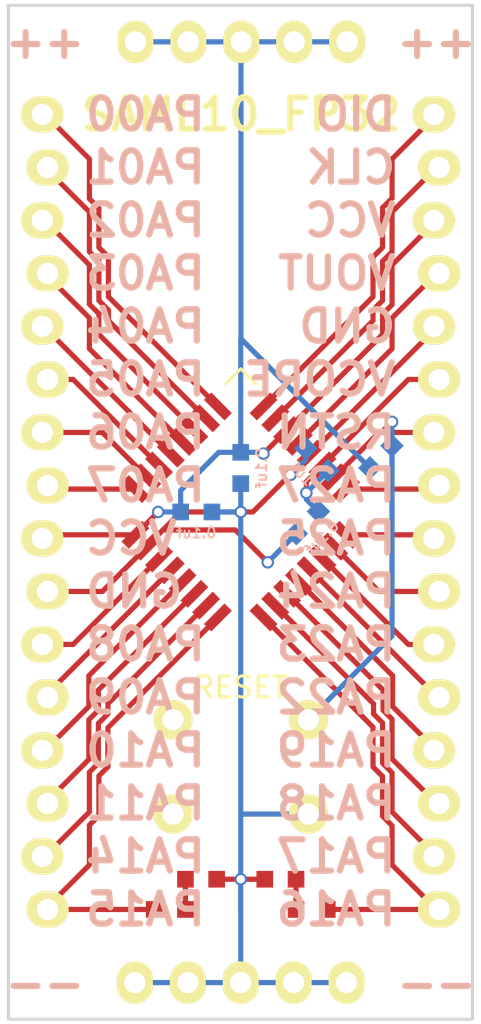
<source format=kicad_pcb>
(kicad_pcb (version 4) (host pcbnew 4.0.7-e2-6376~58~ubuntu16.04.1)

  (general
    (links 0)
    (no_connects 0)
    (area 0 0 0 0)
    (thickness 1.6)
    (drawings 41)
    (tracks 212)
    (zones 0)
    (modules 15)
    (nets 1)
  )

  (page A4)
  (layers
    (0 F.Cu signal)
    (31 B.Cu signal)
    (32 B.Adhes user)
    (33 F.Adhes user)
    (34 B.Paste user)
    (35 F.Paste user)
    (36 B.SilkS user)
    (37 F.SilkS user)
    (38 B.Mask user)
    (39 F.Mask user)
    (40 Dwgs.User user)
    (41 Cmts.User user)
    (42 Eco1.User user)
    (43 Eco2.User user)
    (44 Edge.Cuts user)
    (45 Margin user)
    (46 B.CrtYd user)
    (47 F.CrtYd user)
    (48 B.Fab user)
    (49 F.Fab user)
  )

  (setup
    (last_trace_width 0.25)
    (trace_clearance 0.2)
    (zone_clearance 0.508)
    (zone_45_only no)
    (trace_min 0.2)
    (segment_width 0.2)
    (edge_width 0.15)
    (via_size 0.6)
    (via_drill 0.4)
    (via_min_size 0.4)
    (via_min_drill 0.3)
    (uvia_size 0.3)
    (uvia_drill 0.1)
    (uvias_allowed no)
    (uvia_min_size 0.2)
    (uvia_min_drill 0.1)
    (pcb_text_width 0.3)
    (pcb_text_size 1.5 1.5)
    (mod_edge_width 0.15)
    (mod_text_size 1 1)
    (mod_text_width 0.15)
    (pad_size 1.524 1.524)
    (pad_drill 0.762)
    (pad_to_mask_clearance 0.2)
    (aux_axis_origin 0 0)
    (visible_elements FFFFFF7F)
    (pcbplotparams
      (layerselection 0x00030_80000001)
      (usegerberextensions false)
      (excludeedgelayer true)
      (linewidth 0.150000)
      (plotframeref false)
      (viasonmask false)
      (mode 1)
      (useauxorigin false)
      (hpglpennumber 1)
      (hpglpenspeed 20)
      (hpglpendiameter 15)
      (hpglpenoverlay 2)
      (psnegative false)
      (psa4output false)
      (plotreference true)
      (plotvalue true)
      (plotinvisibletext false)
      (padsonsilk false)
      (subtractmaskfromsilk false)
      (outputformat 1)
      (mirror false)
      (drillshape 1)
      (scaleselection 1)
      (outputdirectory ""))
  )

  (net 0 "")

  (net_class Default "This is the default net class."
    (clearance 0.2)
    (trace_width 0.25)
    (via_dia 0.6)
    (via_drill 0.4)
    (uvia_dia 0.3)
    (uvia_drill 0.1)
  )

  (module 00my_modules:SAML10_TQFP32 (layer F.Cu) (tedit 54130A77) (tstamp 5B4BE845)
    (at 165.989 92.329 315)
    (descr LQFP-32)
    (tags "smd lqfp")
    (attr smd)
    (fp_text reference "" (at 0 -4.3 315) (layer F.SilkS)
      (effects (font (size 1 1) (thickness 0.15)))
    )
    (fp_text value "" (at -1.5 -3 315) (layer F.Fab)
      (effects (font (size 0.5 0.5) (thickness 0.01)))
    )
    (fp_text user LQFP32 (at 0 0 315) (layer F.Fab)
      (effects (font (size 0.8 0.8) (thickness 0.1)))
    )
    (fp_line (start -5.05 -5.05) (end 5.05 -5.05) (layer F.CrtYd) (width 0.01))
    (fp_line (start 5.05 -5.05) (end 5.05 5.05) (layer F.CrtYd) (width 0.01))
    (fp_line (start 5.05 5.05) (end -5.05 5.05) (layer F.CrtYd) (width 0.01))
    (fp_line (start -5.05 5.05) (end -5.05 -5.05) (layer F.CrtYd) (width 0.01))
    (fp_line (start -4.85 -4.85) (end -4.85 -3.85) (layer F.SilkS) (width 0.15))
    (fp_line (start -4.85 -4.85) (end -3.85 -4.85) (layer F.SilkS) (width 0.15))
    (fp_line (start -3.65 -3.65) (end 3.65 -3.65) (layer F.Fab) (width 0.01))
    (fp_line (start 3.65 -3.65) (end 3.65 3.65) (layer F.Fab) (width 0.01))
    (fp_line (start 3.65 3.65) (end -3.65 3.65) (layer F.Fab) (width 0.01))
    (fp_line (start -3.65 3.65) (end -3.65 -3.65) (layer F.Fab) (width 0.01))
    (pad PA00 smd rect (at -4.35 -2.8 315) (size 1.4 0.5) (layers F.Cu F.Paste F.Mask))
    (pad PA01 smd rect (at -4.35 -2 315) (size 1.4 0.5) (layers F.Cu F.Paste F.Mask))
    (pad PA02 smd rect (at -4.35 -1.2 315) (size 1.4 0.5) (layers F.Cu F.Paste F.Mask))
    (pad PA03 smd rect (at -4.35 -0.4 315) (size 1.4 0.5) (layers F.Cu F.Paste F.Mask))
    (pad PA04 smd rect (at -4.35 0.4 315) (size 1.4 0.5) (layers F.Cu F.Paste F.Mask))
    (pad PA05 smd rect (at -4.35 1.2 315) (size 1.4 0.5) (layers F.Cu F.Paste F.Mask))
    (pad PA06 smd rect (at -4.35 2 315) (size 1.4 0.5) (layers F.Cu F.Paste F.Mask))
    (pad PA07 smd rect (at -4.35 2.8 315) (size 1.4 0.5) (layers F.Cu F.Paste F.Mask))
    (pad VDDA smd rect (at -2.8 4.35 45) (size 1.4 0.5) (layers F.Cu F.Paste F.Mask))
    (pad GNDA smd rect (at -2 4.35 45) (size 1.4 0.5) (layers F.Cu F.Paste F.Mask))
    (pad PA08 smd rect (at -1.2 4.35 45) (size 1.4 0.5) (layers F.Cu F.Paste F.Mask))
    (pad PA09 smd rect (at -0.4 4.35 45) (size 1.4 0.5) (layers F.Cu F.Paste F.Mask))
    (pad PA10 smd rect (at 0.4 4.35 45) (size 1.4 0.5) (layers F.Cu F.Paste F.Mask))
    (pad PA11 smd rect (at 1.2 4.35 45) (size 1.4 0.5) (layers F.Cu F.Paste F.Mask))
    (pad PA14 smd rect (at 2 4.35 45) (size 1.4 0.5) (layers F.Cu F.Paste F.Mask))
    (pad PA15 smd rect (at 2.8 4.35 45) (size 1.4 0.5) (layers F.Cu F.Paste F.Mask))
    (pad PA16 smd rect (at 4.35 2.8 315) (size 1.4 0.5) (layers F.Cu F.Paste F.Mask))
    (pad PA17 smd rect (at 4.35 2 315) (size 1.4 0.5) (layers F.Cu F.Paste F.Mask))
    (pad PA18 smd rect (at 4.35 1.2 315) (size 1.4 0.5) (layers F.Cu F.Paste F.Mask))
    (pad PA19 smd rect (at 4.35 0.4 315) (size 1.4 0.5) (layers F.Cu F.Paste F.Mask))
    (pad PA22 smd rect (at 4.35 -0.4 315) (size 1.4 0.5) (layers F.Cu F.Paste F.Mask))
    (pad PA23 smd rect (at 4.35 -1.2 315) (size 1.4 0.5) (layers F.Cu F.Paste F.Mask))
    (pad PA24 smd rect (at 4.35 -2 315) (size 1.4 0.5) (layers F.Cu F.Paste F.Mask))
    (pad PA25 smd rect (at 4.35 -2.8 315) (size 1.4 0.5) (layers F.Cu F.Paste F.Mask))
    (pad PA27 smd rect (at 2.8 -4.35 45) (size 1.4 0.5) (layers F.Cu F.Paste F.Mask))
    (pad RSTN smd rect (at 2 -4.35 45) (size 1.4 0.5) (layers F.Cu F.Paste F.Mask))
    (pad VCOR smd rect (at 1.2 -4.35 45) (size 1.4 0.5) (layers F.Cu F.Paste F.Mask))
    (pad GND smd rect (at 0.4 -4.35 45) (size 1.4 0.5) (layers F.Cu F.Paste F.Mask))
    (pad VOUT smd rect (at -0.4 -4.35 45) (size 1.4 0.5) (layers F.Cu F.Paste F.Mask))
    (pad VIO smd rect (at -1.2 -4.35 45) (size 1.4 0.5) (layers F.Cu F.Paste F.Mask))
    (pad CLK smd rect (at -2 -4.35 45) (size 1.4 0.5) (layers F.Cu F.Paste F.Mask))
    (pad DIO smd rect (at -2.8 -4.35 45) (size 1.4 0.5) (layers F.Cu F.Paste F.Mask))
  )

  (module 00my_modules:R_0603 (layer B.Cu) (tedit 5B4BE7CE) (tstamp 5B4BED3E)
    (at 163.8554 92.329)
    (descr R0603)
    (tags "resistor capacitor led 0603")
    (attr smd)
    (fp_text reference 0.1uf (at 0 1) (layer B.SilkS)
      (effects (font (size 0.5 0.5) (thickness 0.1)) (justify mirror))
    )
    (fp_text value C (at 0 0) (layer B.Fab)
      (effects (font (size 0.5 0.5) (thickness 0.01)) (justify mirror))
    )
    (fp_line (start -1.2 0.45) (end 1.2 0.45) (layer B.CrtYd) (width 0.01))
    (fp_line (start -1.2 -0.45) (end 1.2 -0.45) (layer B.CrtYd) (width 0.01))
    (fp_line (start -1.2 0.45) (end -1.2 -0.45) (layer B.CrtYd) (width 0.01))
    (fp_line (start 1.2 0.45) (end 1.2 -0.45) (layer B.CrtYd) (width 0.01))
    (pad 1 smd rect (at -0.75 0) (size 0.8 0.8) (layers B.Cu B.Paste B.Mask))
    (pad 2 smd rect (at 0.75 0) (size 0.8 0.8) (layers B.Cu B.Paste B.Mask))
  )

  (module 00my_modules:R_0603 (layer B.Cu) (tedit 5B4BE7BA) (tstamp 5B4BED51)
    (at 165.989 90.2208 90)
    (descr R0603)
    (tags "resistor capacitor led 0603")
    (attr smd)
    (fp_text reference 0.1uf (at 0 1 90) (layer B.SilkS)
      (effects (font (size 0.5 0.5) (thickness 0.1)) (justify mirror))
    )
    (fp_text value C (at 0 0 90) (layer B.Fab)
      (effects (font (size 0.5 0.5) (thickness 0.01)) (justify mirror))
    )
    (fp_line (start -1.2 0.45) (end 1.2 0.45) (layer B.CrtYd) (width 0.01))
    (fp_line (start -1.2 -0.45) (end 1.2 -0.45) (layer B.CrtYd) (width 0.01))
    (fp_line (start -1.2 0.45) (end -1.2 -0.45) (layer B.CrtYd) (width 0.01))
    (fp_line (start 1.2 0.45) (end 1.2 -0.45) (layer B.CrtYd) (width 0.01))
    (pad 1 smd rect (at -0.75 0 90) (size 0.8 0.8) (layers B.Cu B.Paste B.Mask))
    (pad 2 smd rect (at 0.75 0 90) (size 0.8 0.8) (layers B.Cu B.Paste B.Mask))
  )

  (module 00my_modules:R_0603 (layer B.Cu) (tedit 5B4BE776) (tstamp 5B4BED96)
    (at 169.6466 89.8144 315)
    (descr R0603)
    (tags "resistor capacitor led 0603")
    (attr smd)
    (fp_text reference 1uf (at 0 1 315) (layer B.SilkS)
      (effects (font (size 0.5 0.5) (thickness 0.1)) (justify mirror))
    )
    (fp_text value C (at 0 0 315) (layer B.Fab)
      (effects (font (size 0.5 0.5) (thickness 0.01)) (justify mirror))
    )
    (fp_line (start -1.2 0.45) (end 1.2 0.45) (layer B.CrtYd) (width 0.01))
    (fp_line (start -1.2 -0.45) (end 1.2 -0.45) (layer B.CrtYd) (width 0.01))
    (fp_line (start -1.2 0.45) (end -1.2 -0.45) (layer B.CrtYd) (width 0.01))
    (fp_line (start 1.2 0.45) (end 1.2 -0.45) (layer B.CrtYd) (width 0.01))
    (pad 1 smd rect (at -0.75 0 315) (size 0.8 0.8) (layers B.Cu B.Paste B.Mask))
    (pad 2 smd rect (at 0.75 0 315) (size 0.8 0.8) (layers B.Cu B.Paste B.Mask))
  )

  (module 00my_modules:R_0603 (layer B.Cu) (tedit 5B4BE787) (tstamp 5B4BEDF4)
    (at 169.1894 92.837 45)
    (descr R0603)
    (tags "resistor capacitor led 0603")
    (attr smd)
    (fp_text reference 0.1uf (at 0 1 45) (layer B.SilkS)
      (effects (font (size 0.5 0.5) (thickness 0.1)) (justify mirror))
    )
    (fp_text value C (at 0 0 45) (layer B.Fab)
      (effects (font (size 0.5 0.5) (thickness 0.01)) (justify mirror))
    )
    (fp_line (start -1.2 0.45) (end 1.2 0.45) (layer B.CrtYd) (width 0.01))
    (fp_line (start -1.2 -0.45) (end 1.2 -0.45) (layer B.CrtYd) (width 0.01))
    (fp_line (start -1.2 0.45) (end -1.2 -0.45) (layer B.CrtYd) (width 0.01))
    (fp_line (start 1.2 0.45) (end 1.2 -0.45) (layer B.CrtYd) (width 0.01))
    (pad 1 smd rect (at -0.75 0 45) (size 0.8 0.8) (layers B.Cu B.Paste B.Mask))
    (pad 2 smd rect (at 0.75 0 45) (size 0.8 0.8) (layers B.Cu B.Paste B.Mask))
  )

  (module 00my_modules:R_0603 (layer B.Cu) (tedit 5415CC62) (tstamp 5B4BEE4B)
    (at 172.72 89.6874 45)
    (descr R0603)
    (tags "resistor capacitor led 0603")
    (attr smd)
    (fp_text reference "" (at 0 0 45) (layer B.SilkS)
      (effects (font (size 0.5 0.5) (thickness 0.1)) (justify mirror))
    )
    (fp_text value R (at 0 0 45) (layer B.Fab)
      (effects (font (size 0.5 0.5) (thickness 0.01)) (justify mirror))
    )
    (fp_line (start -1.2 0.45) (end 1.2 0.45) (layer B.CrtYd) (width 0.01))
    (fp_line (start -1.2 -0.45) (end 1.2 -0.45) (layer B.CrtYd) (width 0.01))
    (fp_line (start -1.2 0.45) (end -1.2 -0.45) (layer B.CrtYd) (width 0.01))
    (fp_line (start 1.2 0.45) (end 1.2 -0.45) (layer B.CrtYd) (width 0.01))
    (pad 1 smd rect (at -0.75 0 45) (size 0.8 0.8) (layers B.Cu B.Paste B.Mask))
    (pad 2 smd rect (at 0.75 0 45) (size 0.8 0.8) (layers B.Cu B.Paste B.Mask))
  )

  (module 00my_modules:BUTTON4 (layer F.Cu) (tedit 5B4BE198) (tstamp 5B4BF1DD)
    (at 165.989 104.5464)
    (descr button4)
    (tags "SPST button tactile switch")
    (fp_text reference RESET (at 0 -3.81) (layer F.SilkS)
      (effects (font (size 1 1) (thickness 0.15)))
    )
    (fp_text value "" (at 0 3.81) (layer F.Fab)
      (effects (font (size 1 1) (thickness 0.15)))
    )
    (fp_line (start -2.54 1.27) (end -2.54 0.508) (layer F.Fab) (width 0.2032))
    (fp_line (start -2.54 -0.508) (end -2.54 -1.27) (layer F.Fab) (width 0.2032))
    (fp_line (start -2.54 0.508) (end -2.159 -0.381) (layer F.Fab) (width 0.2032))
    (fp_line (start 2.54 1.27) (end 2.54 0.508) (layer F.Fab) (width 0.2032))
    (fp_line (start 2.54 -0.508) (end 2.54 -1.27) (layer F.Fab) (width 0.2032))
    (fp_line (start 2.54 0.508) (end 2.159 -0.381) (layer F.Fab) (width 0.2032))
    (fp_line (start -3.048 -3.048) (end -3.048 3.048) (layer F.Fab) (width 0.2032))
    (fp_line (start 3.048 -3.048) (end 3.048 3.048) (layer F.Fab) (width 0.2032))
    (fp_line (start -3.048 -3.048) (end 3.048 -3.048) (layer F.Fab) (width 0.2032))
    (fp_line (start -3.048 3.048) (end 3.048 3.048) (layer F.Fab) (width 0.2032))
    (pad 1 thru_hole circle (at -3.2512 2.2606) (size 1.8796 1.8796) (drill 1.016) (layers *.Cu *.Mask F.SilkS))
    (pad 2 thru_hole circle (at 3.2512 2.2606) (size 1.8796 1.8796) (drill 1.016) (layers *.Cu *.Mask F.SilkS))
    (pad 3 thru_hole circle (at -3.2512 -2.2606) (size 1.8796 1.8796) (drill 1.016) (layers *.Cu *.Mask F.SilkS))
    (pad 4 thru_hole circle (at 3.2512 -2.2606) (size 1.8796 1.8796) (drill 1.016) (layers *.Cu *.Mask F.SilkS))
  )

  (module 00my_modules:R_0603 (layer F.Cu) (tedit 5415CC62) (tstamp 5B4BF222)
    (at 167.894 109.9312)
    (descr R0603)
    (tags "resistor capacitor led 0603")
    (attr smd)
    (fp_text reference "" (at 0 0) (layer F.SilkS)
      (effects (font (size 0.5 0.5) (thickness 0.1)))
    )
    (fp_text value R (at 0 0) (layer F.Fab)
      (effects (font (size 0.5 0.5) (thickness 0.01)))
    )
    (fp_line (start -1.2 -0.45) (end 1.2 -0.45) (layer F.CrtYd) (width 0.01))
    (fp_line (start -1.2 0.45) (end 1.2 0.45) (layer F.CrtYd) (width 0.01))
    (fp_line (start -1.2 -0.45) (end -1.2 0.45) (layer F.CrtYd) (width 0.01))
    (fp_line (start 1.2 -0.45) (end 1.2 0.45) (layer F.CrtYd) (width 0.01))
    (pad 1 smd rect (at -0.75 0) (size 0.8 0.8) (layers F.Cu F.Paste F.Mask))
    (pad 2 smd rect (at 0.75 0) (size 0.8 0.8) (layers F.Cu F.Paste F.Mask))
  )

  (module 00my_modules:R_0603 (layer F.Cu) (tedit 5415CC62) (tstamp 5B4BF23F)
    (at 164.084 109.9312)
    (descr R0603)
    (tags "resistor capacitor led 0603")
    (attr smd)
    (fp_text reference "" (at 0 0) (layer F.SilkS)
      (effects (font (size 0.5 0.5) (thickness 0.1)))
    )
    (fp_text value R (at 0 0) (layer F.Fab)
      (effects (font (size 0.5 0.5) (thickness 0.01)))
    )
    (fp_line (start -1.2 -0.45) (end 1.2 -0.45) (layer F.CrtYd) (width 0.01))
    (fp_line (start -1.2 0.45) (end 1.2 0.45) (layer F.CrtYd) (width 0.01))
    (fp_line (start -1.2 -0.45) (end -1.2 0.45) (layer F.CrtYd) (width 0.01))
    (fp_line (start 1.2 -0.45) (end 1.2 0.45) (layer F.CrtYd) (width 0.01))
    (pad 1 smd rect (at -0.75 0) (size 0.8 0.8) (layers F.Cu F.Paste F.Mask))
    (pad 2 smd rect (at 0.75 0) (size 0.8 0.8) (layers F.Cu F.Paste F.Mask))
  )

  (module 00my_modules:L_0603 (layer F.Cu) (tedit 5415CC62) (tstamp 5B4BF598)
    (at 169.3926 111.379)
    (descr R0603)
    (tags "resistor capacitor led 0603")
    (attr smd)
    (fp_text reference "" (at 0 -0.6) (layer F.SilkS)
      (effects (font (size 0.1 0.1) (thickness 0.01)))
    )
    (fp_text value "" (at 0 0.6) (layer F.Fab)
      (effects (font (size 0.1 0.1) (thickness 0.01)))
    )
    (fp_line (start -1.2 -0.45) (end 1.2 -0.45) (layer F.CrtYd) (width 0.01))
    (fp_line (start -1.2 0.45) (end 1.2 0.45) (layer F.CrtYd) (width 0.01))
    (fp_line (start -1.2 -0.45) (end -1.2 0.45) (layer F.CrtYd) (width 0.01))
    (fp_line (start 1.2 -0.45) (end 1.2 0.45) (layer F.CrtYd) (width 0.01))
    (fp_line (start -0.1 0) (end 0.1 0.2) (layer F.CrtYd) (width 0.01))
    (fp_line (start -0.1 0) (end 0.1 -0.2) (layer F.CrtYd) (width 0.01))
    (fp_line (start -0.1 0.2) (end -0.1 -0.2) (layer F.CrtYd) (width 0.01))
    (fp_line (start 0.1 0.2) (end 0.1 -0.2) (layer F.CrtYd) (width 0.01))
    (pad 1 smd rect (at -0.75 0) (size 0.8 0.8) (layers F.Cu F.Paste F.Mask))
    (pad 2 smd rect (at 0.75 0) (size 0.8 0.8) (layers F.Cu F.Paste F.Mask))
  )

  (module 00my_modules:L_0603 (layer F.Cu) (tedit 5415CC62) (tstamp 5B4BF5B3)
    (at 162.5854 111.379 180)
    (descr R0603)
    (tags "resistor capacitor led 0603")
    (attr smd)
    (fp_text reference "" (at 0 -0.6 180) (layer F.SilkS)
      (effects (font (size 0.1 0.1) (thickness 0.01)))
    )
    (fp_text value "" (at 0 0.6 180) (layer F.Fab)
      (effects (font (size 0.1 0.1) (thickness 0.01)))
    )
    (fp_line (start -1.2 -0.45) (end 1.2 -0.45) (layer F.CrtYd) (width 0.01))
    (fp_line (start -1.2 0.45) (end 1.2 0.45) (layer F.CrtYd) (width 0.01))
    (fp_line (start -1.2 -0.45) (end -1.2 0.45) (layer F.CrtYd) (width 0.01))
    (fp_line (start 1.2 -0.45) (end 1.2 0.45) (layer F.CrtYd) (width 0.01))
    (fp_line (start -0.1 0) (end 0.1 0.2) (layer F.CrtYd) (width 0.01))
    (fp_line (start -0.1 0) (end 0.1 -0.2) (layer F.CrtYd) (width 0.01))
    (fp_line (start -0.1 0.2) (end -0.1 -0.2) (layer F.CrtYd) (width 0.01))
    (fp_line (start 0.1 0.2) (end 0.1 -0.2) (layer F.CrtYd) (width 0.01))
    (pad 1 smd rect (at -0.75 0 180) (size 0.8 0.8) (layers F.Cu F.Paste F.Mask))
    (pad 2 smd rect (at 0.75 0 180) (size 0.8 0.8) (layers F.Cu F.Paste F.Mask))
  )

  (module 00my_modules:Pin_Header_Wiggle_1x16 (layer F.Cu) (tedit 0) (tstamp 5B4BF99E)
    (at 175.387 73.279)
    (descr "Through hole pin header")
    (tags "pin header")
    (fp_text reference "" (at 0 -2.4) (layer F.SilkS)
      (effects (font (size 0.5 0.5) (thickness 0.01)))
    )
    (fp_text value "" (at 0 -3.1) (layer F.Fab)
      (effects (font (size 0.5 0.5) (thickness 0.01)))
    )
    (fp_line (start -1.75 -1.75) (end -1.75 39.85) (layer F.CrtYd) (width 0.05))
    (fp_line (start 1.75 -1.75) (end 1.75 39.85) (layer F.CrtYd) (width 0.05))
    (fp_line (start -1.75 -1.75) (end 1.75 -1.75) (layer F.CrtYd) (width 0.05))
    (fp_line (start -1.75 39.85) (end 1.75 39.85) (layer F.CrtYd) (width 0.05))
    (fp_line (start -2 0) (end 2 0) (layer F.CrtYd) (width 0.01))
    (fp_line (start 0 -2) (end 0 2) (layer F.CrtYd) (width 0.01))
    (fp_line (start -2 19.05) (end 2 19.05) (layer F.CrtYd) (width 0.01))
    (pad 1 thru_hole oval (at -0.127 0) (size 2.032 1.7272) (drill 1.016) (layers *.Cu *.Mask F.SilkS))
    (pad 2 thru_hole oval (at 0.127 2.54) (size 2.032 1.7272) (drill 1.016) (layers *.Cu *.Mask F.SilkS))
    (pad 3 thru_hole oval (at -0.127 5.08) (size 2.032 1.7272) (drill 1.016) (layers *.Cu *.Mask F.SilkS))
    (pad 4 thru_hole oval (at 0.127 7.62) (size 2.032 1.7272) (drill 1.016) (layers *.Cu *.Mask F.SilkS))
    (pad 5 thru_hole oval (at -0.127 10.16) (size 2.032 1.7272) (drill 1.016) (layers *.Cu *.Mask F.SilkS))
    (pad 6 thru_hole oval (at 0.127 12.7) (size 2.032 1.7272) (drill 1.016) (layers *.Cu *.Mask F.SilkS))
    (pad 7 thru_hole oval (at -0.127 15.24) (size 2.032 1.7272) (drill 1.016) (layers *.Cu *.Mask F.SilkS))
    (pad 8 thru_hole oval (at 0.127 17.78) (size 2.032 1.7272) (drill 1.016) (layers *.Cu *.Mask F.SilkS))
    (pad 9 thru_hole oval (at -0.127 20.32) (size 2.032 1.7272) (drill 1.016) (layers *.Cu *.Mask F.SilkS))
    (pad 10 thru_hole oval (at 0.127 22.86) (size 2.032 1.7272) (drill 1.016) (layers *.Cu *.Mask F.SilkS))
    (pad 11 thru_hole oval (at -0.127 25.4) (size 2.032 1.7272) (drill 1.016) (layers *.Cu *.Mask F.SilkS))
    (pad 12 thru_hole oval (at 0.127 27.94) (size 2.032 1.7272) (drill 1.016) (layers *.Cu *.Mask F.SilkS))
    (pad 13 thru_hole oval (at -0.127 30.48) (size 2.032 1.7272) (drill 1.016) (layers *.Cu *.Mask F.SilkS))
    (pad 14 thru_hole oval (at 0.127 33.02) (size 2.032 1.7272) (drill 1.016) (layers *.Cu *.Mask F.SilkS))
    (pad 15 thru_hole oval (at -0.127 35.56) (size 2.032 1.7272) (drill 1.016) (layers *.Cu *.Mask F.SilkS))
    (pad 16 thru_hole oval (at 0.127 38.1) (size 2.032 1.7272) (drill 1.016) (layers *.Cu *.Mask F.SilkS))
  )

  (module 00my_modules:Pin_Header_Wiggle_1x16 (layer F.Cu) (tedit 0) (tstamp 5B4BFA3D)
    (at 156.591 73.279)
    (descr "Through hole pin header")
    (tags "pin header")
    (fp_text reference "" (at 0 -2.4) (layer F.SilkS)
      (effects (font (size 0.5 0.5) (thickness 0.01)))
    )
    (fp_text value "" (at 0 -3.1) (layer F.Fab)
      (effects (font (size 0.5 0.5) (thickness 0.01)))
    )
    (fp_line (start -1.75 -1.75) (end -1.75 39.85) (layer F.CrtYd) (width 0.05))
    (fp_line (start 1.75 -1.75) (end 1.75 39.85) (layer F.CrtYd) (width 0.05))
    (fp_line (start -1.75 -1.75) (end 1.75 -1.75) (layer F.CrtYd) (width 0.05))
    (fp_line (start -1.75 39.85) (end 1.75 39.85) (layer F.CrtYd) (width 0.05))
    (fp_line (start -2 0) (end 2 0) (layer F.CrtYd) (width 0.01))
    (fp_line (start 0 -2) (end 0 2) (layer F.CrtYd) (width 0.01))
    (fp_line (start -2 19.05) (end 2 19.05) (layer F.CrtYd) (width 0.01))
    (pad 1 thru_hole oval (at -0.127 0) (size 2.032 1.7272) (drill 1.016) (layers *.Cu *.Mask F.SilkS))
    (pad 2 thru_hole oval (at 0.127 2.54) (size 2.032 1.7272) (drill 1.016) (layers *.Cu *.Mask F.SilkS))
    (pad 3 thru_hole oval (at -0.127 5.08) (size 2.032 1.7272) (drill 1.016) (layers *.Cu *.Mask F.SilkS))
    (pad 4 thru_hole oval (at 0.127 7.62) (size 2.032 1.7272) (drill 1.016) (layers *.Cu *.Mask F.SilkS))
    (pad 5 thru_hole oval (at -0.127 10.16) (size 2.032 1.7272) (drill 1.016) (layers *.Cu *.Mask F.SilkS))
    (pad 6 thru_hole oval (at 0.127 12.7) (size 2.032 1.7272) (drill 1.016) (layers *.Cu *.Mask F.SilkS))
    (pad 7 thru_hole oval (at -0.127 15.24) (size 2.032 1.7272) (drill 1.016) (layers *.Cu *.Mask F.SilkS))
    (pad 8 thru_hole oval (at 0.127 17.78) (size 2.032 1.7272) (drill 1.016) (layers *.Cu *.Mask F.SilkS))
    (pad 9 thru_hole oval (at -0.127 20.32) (size 2.032 1.7272) (drill 1.016) (layers *.Cu *.Mask F.SilkS))
    (pad 10 thru_hole oval (at 0.127 22.86) (size 2.032 1.7272) (drill 1.016) (layers *.Cu *.Mask F.SilkS))
    (pad 11 thru_hole oval (at -0.127 25.4) (size 2.032 1.7272) (drill 1.016) (layers *.Cu *.Mask F.SilkS))
    (pad 12 thru_hole oval (at 0.127 27.94) (size 2.032 1.7272) (drill 1.016) (layers *.Cu *.Mask F.SilkS))
    (pad 13 thru_hole oval (at -0.127 30.48) (size 2.032 1.7272) (drill 1.016) (layers *.Cu *.Mask F.SilkS))
    (pad 14 thru_hole oval (at 0.127 33.02) (size 2.032 1.7272) (drill 1.016) (layers *.Cu *.Mask F.SilkS))
    (pad 15 thru_hole oval (at -0.127 35.56) (size 2.032 1.7272) (drill 1.016) (layers *.Cu *.Mask F.SilkS))
    (pad 16 thru_hole oval (at 0.127 38.1) (size 2.032 1.7272) (drill 1.016) (layers *.Cu *.Mask F.SilkS))
  )

  (module 00my_modules:Pin_Header_Straight_1x05 (layer F.Cu) (tedit 0) (tstamp 5B4BFE4E)
    (at 160.909 114.8842 90)
    (descr "Through hole pin header")
    (tags "pin header")
    (fp_text reference "" (at 0 -2.4 90) (layer F.SilkS)
      (effects (font (size 0.5 0.5) (thickness 0.01)))
    )
    (fp_text value "" (at 0 -3.1 90) (layer F.Fab)
      (effects (font (size 0.5 0.5) (thickness 0.01)))
    )
    (fp_line (start -1.75 -1.75) (end -1.75 11.91) (layer F.CrtYd) (width 0.05))
    (fp_line (start 1.75 -1.75) (end 1.75 11.91) (layer F.CrtYd) (width 0.05))
    (fp_line (start -1.75 -1.75) (end 1.75 -1.75) (layer F.CrtYd) (width 0.05))
    (fp_line (start -1.75 11.91) (end 1.75 11.91) (layer F.CrtYd) (width 0.05))
    (fp_line (start -2 0) (end 2 0) (layer F.CrtYd) (width 0.01))
    (fp_line (start 0 -2) (end 0 2) (layer F.CrtYd) (width 0.01))
    (fp_line (start -2 5.08) (end 2 5.08) (layer F.CrtYd) (width 0.01))
    (pad 1 thru_hole oval (at 0 0 90) (size 2.032 1.7272) (drill 1.016) (layers *.Cu *.Mask F.SilkS))
    (pad 2 thru_hole oval (at 0 2.54 90) (size 2.032 1.7272) (drill 1.016) (layers *.Cu *.Mask F.SilkS))
    (pad 3 thru_hole oval (at 0 5.08 90) (size 2.032 1.7272) (drill 1.016) (layers *.Cu *.Mask F.SilkS))
    (pad 4 thru_hole oval (at 0 7.62 90) (size 2.032 1.7272) (drill 1.016) (layers *.Cu *.Mask F.SilkS))
    (pad 5 thru_hole oval (at 0 10.16 90) (size 2.032 1.7272) (drill 1.016) (layers *.Cu *.Mask F.SilkS))
  )

  (module 00my_modules:Pin_Header_Straight_1x05 (layer F.Cu) (tedit 0) (tstamp 5B4BFE87)
    (at 160.9344 69.7992 90)
    (descr "Through hole pin header")
    (tags "pin header")
    (fp_text reference "" (at 0 -2.4 90) (layer F.SilkS)
      (effects (font (size 0.5 0.5) (thickness 0.01)))
    )
    (fp_text value "" (at 0 -3.1 90) (layer F.Fab)
      (effects (font (size 0.5 0.5) (thickness 0.01)))
    )
    (fp_line (start -1.75 -1.75) (end -1.75 11.91) (layer F.CrtYd) (width 0.05))
    (fp_line (start 1.75 -1.75) (end 1.75 11.91) (layer F.CrtYd) (width 0.05))
    (fp_line (start -1.75 -1.75) (end 1.75 -1.75) (layer F.CrtYd) (width 0.05))
    (fp_line (start -1.75 11.91) (end 1.75 11.91) (layer F.CrtYd) (width 0.05))
    (fp_line (start -2 0) (end 2 0) (layer F.CrtYd) (width 0.01))
    (fp_line (start 0 -2) (end 0 2) (layer F.CrtYd) (width 0.01))
    (fp_line (start -2 5.08) (end 2 5.08) (layer F.CrtYd) (width 0.01))
    (pad 1 thru_hole oval (at 0 0 90) (size 2.032 1.7272) (drill 1.016) (layers *.Cu *.Mask F.SilkS))
    (pad 2 thru_hole oval (at 0 2.54 90) (size 2.032 1.7272) (drill 1.016) (layers *.Cu *.Mask F.SilkS))
    (pad 3 thru_hole oval (at 0 5.08 90) (size 2.032 1.7272) (drill 1.016) (layers *.Cu *.Mask F.SilkS))
    (pad 4 thru_hole oval (at 0 7.62 90) (size 2.032 1.7272) (drill 1.016) (layers *.Cu *.Mask F.SilkS))
    (pad 5 thru_hole oval (at 0 10.16 90) (size 2.032 1.7272) (drill 1.016) (layers *.Cu *.Mask F.SilkS))
  )

  (gr_text SAML10_FP32 (at 166.0144 73.279) (layer F.SilkS)
    (effects (font (size 1.5 1.5) (thickness 0.3)))
  )
  (gr_line (start 154.8384 116.6368) (end 154.8384 68.0466) (angle 90) (layer Edge.Cuts) (width 0.15))
  (gr_line (start 177.1142 116.6368) (end 154.8384 116.6368) (angle 90) (layer Edge.Cuts) (width 0.15))
  (gr_line (start 177.1142 68.0466) (end 177.1142 116.6368) (angle 90) (layer Edge.Cuts) (width 0.15))
  (gr_line (start 154.813 68.0466) (end 177.1142 68.0466) (angle 90) (layer Edge.Cuts) (width 0.15))
  (gr_text -- (at 156.591 114.935) (layer B.SilkS)
    (effects (font (size 1.5 1.5) (thickness 0.3)) (justify mirror))
  )
  (gr_text -- (at 175.387 114.935) (layer B.SilkS)
    (effects (font (size 1.5 1.5) (thickness 0.3)) (justify mirror))
  )
  (gr_text ++ (at 156.591 69.7992) (layer B.SilkS)
    (effects (font (size 1.5 1.5) (thickness 0.3)) (justify mirror))
  )
  (gr_text ++ (at 175.387 69.7992) (layer B.SilkS)
    (effects (font (size 1.5 1.5) (thickness 0.3)) (justify mirror))
  )
  (gr_text PA00 (at 158.3944 73.279) (layer B.SilkS)
    (effects (font (size 1.5 1.5) (thickness 0.3)) (justify right mirror))
  )
  (gr_text PA01 (at 158.3944 75.819) (layer B.SilkS)
    (effects (font (size 1.5 1.5) (thickness 0.3)) (justify right mirror))
  )
  (gr_text PA02 (at 158.3944 78.359) (layer B.SilkS)
    (effects (font (size 1.5 1.5) (thickness 0.3)) (justify right mirror))
  )
  (gr_text PA03 (at 158.3944 80.899) (layer B.SilkS)
    (effects (font (size 1.5 1.5) (thickness 0.3)) (justify right mirror))
  )
  (gr_text PA04 (at 158.3944 83.439) (layer B.SilkS)
    (effects (font (size 1.5 1.5) (thickness 0.3)) (justify right mirror))
  )
  (gr_text PA05 (at 158.3944 85.979) (layer B.SilkS)
    (effects (font (size 1.5 1.5) (thickness 0.3)) (justify right mirror))
  )
  (gr_text PA06 (at 158.3944 88.519) (layer B.SilkS)
    (effects (font (size 1.5 1.5) (thickness 0.3)) (justify right mirror))
  )
  (gr_text PA07 (at 158.3944 91.059) (layer B.SilkS)
    (effects (font (size 1.5 1.5) (thickness 0.3)) (justify right mirror))
  )
  (gr_text VCC (at 158.3944 93.599) (layer B.SilkS)
    (effects (font (size 1.5 1.5) (thickness 0.3)) (justify right mirror))
  )
  (gr_text GND (at 158.3944 96.139) (layer B.SilkS)
    (effects (font (size 1.5 1.5) (thickness 0.3)) (justify right mirror))
  )
  (gr_text PA08 (at 158.3944 98.679) (layer B.SilkS)
    (effects (font (size 1.5 1.5) (thickness 0.3)) (justify right mirror))
  )
  (gr_text PA09 (at 158.3944 101.219) (layer B.SilkS)
    (effects (font (size 1.5 1.5) (thickness 0.3)) (justify right mirror))
  )
  (gr_text PA10 (at 158.3944 103.759) (layer B.SilkS)
    (effects (font (size 1.5 1.5) (thickness 0.3)) (justify right mirror))
  )
  (gr_text PA11 (at 158.3944 106.299) (layer B.SilkS)
    (effects (font (size 1.5 1.5) (thickness 0.3)) (justify right mirror))
  )
  (gr_text PA14 (at 158.3944 108.839) (layer B.SilkS)
    (effects (font (size 1.5 1.5) (thickness 0.3)) (justify right mirror))
  )
  (gr_text PA15 (at 158.3944 111.379) (layer B.SilkS)
    (effects (font (size 1.5 1.5) (thickness 0.3)) (justify right mirror))
  )
  (gr_text PA17 (at 173.5836 108.839) (layer B.SilkS)
    (effects (font (size 1.5 1.5) (thickness 0.3)) (justify left mirror))
  )
  (gr_text PA18 (at 173.5836 106.299) (layer B.SilkS)
    (effects (font (size 1.5 1.5) (thickness 0.3)) (justify left mirror))
  )
  (gr_text PA19 (at 173.5836 103.759) (layer B.SilkS)
    (effects (font (size 1.5 1.5) (thickness 0.3)) (justify left mirror))
  )
  (gr_text PA22 (at 173.5836 101.219) (layer B.SilkS)
    (effects (font (size 1.5 1.5) (thickness 0.3)) (justify left mirror))
  )
  (gr_text PA23 (at 173.5836 98.679) (layer B.SilkS)
    (effects (font (size 1.5 1.5) (thickness 0.3)) (justify left mirror))
  )
  (gr_text PA16 (at 173.5836 111.379) (layer B.SilkS)
    (effects (font (size 1.5 1.5) (thickness 0.3)) (justify left mirror))
  )
  (gr_text PA24 (at 173.5836 96.139) (layer B.SilkS)
    (effects (font (size 1.5 1.5) (thickness 0.3)) (justify left mirror))
  )
  (gr_text PA25 (at 173.5836 93.599) (layer B.SilkS)
    (effects (font (size 1.5 1.5) (thickness 0.3)) (justify left mirror))
  )
  (gr_text PA27 (at 173.5836 91.059) (layer B.SilkS)
    (effects (font (size 1.5 1.5) (thickness 0.3)) (justify left mirror))
  )
  (gr_text RSTN (at 173.5836 88.519) (layer B.SilkS)
    (effects (font (size 1.5 1.5) (thickness 0.3)) (justify left mirror))
  )
  (gr_text VCORE (at 173.5836 85.979) (layer B.SilkS)
    (effects (font (size 1.5 1.5) (thickness 0.3)) (justify left mirror))
  )
  (gr_text GND (at 173.5836 83.439) (layer B.SilkS)
    (effects (font (size 1.5 1.5) (thickness 0.3)) (justify left mirror))
  )
  (gr_text VOUT (at 173.5836 80.899) (layer B.SilkS)
    (effects (font (size 1.5 1.5) (thickness 0.3)) (justify left mirror))
  )
  (gr_text VCC (at 173.5836 78.359) (layer B.SilkS)
    (effects (font (size 1.5 1.5) (thickness 0.3)) (justify left mirror))
  )
  (gr_text CLK (at 173.5836 75.819) (layer B.SilkS)
    (effects (font (size 1.5 1.5) (thickness 0.3)) (justify left mirror))
  )
  (gr_text DIO (at 173.5836 73.279) (layer B.SilkS)
    (effects (font (size 1.5 1.5) (thickness 0.3)) (justify left mirror))
  )

  (segment (start 166.0144 69.7992) (end 163.4744 69.7992) (width 0.25) (layer B.Cu) (net 0))
  (segment (start 163.4744 69.7992) (end 160.9344 69.7992) (width 0.25) (layer B.Cu) (net 0) (tstamp 5B4BFEBB))
  (segment (start 166.0017 84.0359) (end 166.0017 69.8119) (width 0.25) (layer B.Cu) (net 0))
  (segment (start 166.0017 69.8119) (end 166.0144 69.7992) (width 0.25) (layer B.Cu) (net 0) (tstamp 5B4BFEB7))
  (segment (start 166.0144 69.7992) (end 171.0944 69.7992) (width 0.25) (layer B.Cu) (net 0) (tstamp 5B4BFEB8))
  (segment (start 165.989 114.8842) (end 163.449 114.8842) (width 0.25) (layer B.Cu) (net 0))
  (segment (start 163.449 114.8842) (end 160.909 114.8842) (width 0.25) (layer B.Cu) (net 0) (tstamp 5B4BFE75))
  (segment (start 165.989 114.8842) (end 168.529 114.8842) (width 0.25) (layer B.Cu) (net 0))
  (segment (start 168.529 114.8842) (end 171.069 114.8842) (width 0.25) (layer B.Cu) (net 0) (tstamp 5B4BFE72))
  (segment (start 165.989 114.8842) (end 165.989 109.9312) (width 0.25) (layer B.Cu) (net 0))
  (segment (start 164.834 109.9312) (end 165.989 109.9312) (width 0.25) (layer F.Cu) (net 0))
  (segment (start 167.144 109.9312) (end 165.989 109.9312) (width 0.25) (layer F.Cu) (net 0))
  (via (at 165.989 109.9312) (size 0.6) (drill 0.4) (layers F.Cu B.Cu) (net 0))
  (segment (start 168.6426 111.379) (end 168.6426 109.9326) (width 0.25) (layer F.Cu) (net 0))
  (segment (start 168.6426 109.9326) (end 168.644 109.9312) (width 0.25) (layer F.Cu) (net 0) (tstamp 5B4BF633))
  (segment (start 163.3354 111.379) (end 163.3354 109.9326) (width 0.25) (layer F.Cu) (net 0))
  (segment (start 163.3354 109.9326) (end 163.334 109.9312) (width 0.25) (layer F.Cu) (net 0) (tstamp 5B4BF631))
  (segment (start 161.8354 111.379) (end 156.591 111.379) (width 0.25) (layer F.Cu) (net 0))
  (segment (start 170.1426 111.379) (end 175.387 111.379) (width 0.25) (layer F.Cu) (net 0))
  (segment (start 169.2402 106.807) (end 166.0906 106.807) (width 0.25) (layer B.Cu) (net 0))
  (segment (start 166.0906 106.807) (end 165.989 106.9086) (width 0.25) (layer B.Cu) (net 0) (tstamp 5B4BF1F2))
  (segment (start 173.25033 89.15707) (end 173.25033 98.27567) (width 0.25) (layer B.Cu) (net 0))
  (segment (start 173.25033 98.27567) (end 169.2402 102.2858) (width 0.25) (layer B.Cu) (net 0) (tstamp 5B4BF1EF))
  (segment (start 172.18967 90.21773) (end 172.18353 90.21773) (width 0.25) (layer B.Cu) (net 0))
  (segment (start 172.18353 90.21773) (end 166.0017 84.0359) (width 0.25) (layer B.Cu) (net 0) (tstamp 5B4BEE8A))
  (segment (start 166.0017 84.0359) (end 165.989 84.0232) (width 0.25) (layer B.Cu) (net 0) (tstamp 5B4BFEB5))
  (segment (start 173.25033 89.15707) (end 173.25033 88.01407) (width 0.25) (layer B.Cu) (net 0))
  (segment (start 172.7454 88.519) (end 172.6438 88.519) (width 0.25) (layer F.Cu) (net 0) (tstamp 5B4BEE86))
  (segment (start 173.2534 88.011) (end 172.7454 88.519) (width 0.25) (layer F.Cu) (net 0) (tstamp 5B4BEE85))
  (via (at 173.2534 88.011) (size 0.6) (drill 0.4) (layers F.Cu B.Cu) (net 0))
  (segment (start 173.25033 88.01407) (end 173.2534 88.011) (width 0.25) (layer B.Cu) (net 0) (tstamp 5B4BEE83))
  (segment (start 168.65907 93.36733) (end 167.2844 94.742) (width 0.25) (layer B.Cu) (net 0))
  (segment (start 165.735 93.1926) (end 162.2552 93.1926) (width 0.25) (layer F.Cu) (net 0) (tstamp 5B4BEE3D))
  (segment (start 167.2844 94.742) (end 165.735 93.1926) (width 0.25) (layer F.Cu) (net 0) (tstamp 5B4BEE3C))
  (via (at 167.2844 94.742) (size 0.6) (drill 0.4) (layers F.Cu B.Cu) (net 0))
  (segment (start 169.1386 91.4146) (end 169.1386 91.72554) (width 0.25) (layer B.Cu) (net 0))
  (segment (start 169.1386 91.72554) (end 169.71973 92.30667) (width 0.25) (layer B.Cu) (net 0) (tstamp 5B4BEE38))
  (segment (start 169.913443 90.101614) (end 169.913443 90.106357) (width 0.25) (layer F.Cu) (net 0))
  (segment (start 169.913443 90.106357) (end 169.1386 90.8812) (width 0.25) (layer F.Cu) (net 0) (tstamp 5B4BEE23))
  (segment (start 169.1386 91.4146) (end 170.17693 90.37627) (width 0.25) (layer B.Cu) (net 0) (tstamp 5B4BEE26))
  (via (at 169.1386 91.4146) (size 0.6) (drill 0.4) (layers F.Cu B.Cu) (net 0))
  (segment (start 169.1386 90.8812) (end 169.1386 91.4146) (width 0.25) (layer F.Cu) (net 0) (tstamp 5B4BEE24))
  (segment (start 170.17693 90.37627) (end 170.17693 90.34473) (width 0.25) (layer B.Cu) (net 0) (tstamp 5B4BEE27))
  (segment (start 169.11627 89.28407) (end 169.11627 89.81133) (width 0.25) (layer B.Cu) (net 0))
  (segment (start 169.11627 89.81133) (end 168.3766 90.551) (width 0.25) (layer B.Cu) (net 0) (tstamp 5B4BEE1C))
  (via (at 168.3766 90.551) (size 0.6) (drill 0.4) (layers F.Cu B.Cu) (net 0))
  (segment (start 168.3766 90.551) (end 168.3639 90.5383) (width 0.25) (layer F.Cu) (net 0) (tstamp 5B4BEE1E))
  (segment (start 165.989 92.329) (end 165.989 106.9086) (width 0.25) (layer B.Cu) (net 0))
  (segment (start 165.989 106.9086) (end 165.989 109.9312) (width 0.25) (layer B.Cu) (net 0) (tstamp 5B4BF1F4))
  (segment (start 165.989 109.9312) (end 165.989 110.9726) (width 0.25) (layer B.Cu) (net 0) (tstamp 5B4BF5F6))
  (segment (start 165.989 110.9726) (end 165.989 111.379) (width 0.25) (layer B.Cu) (net 0) (tstamp 5B4BFAEB))
  (segment (start 165.989 89.4708) (end 165.989 84.0232) (width 0.25) (layer B.Cu) (net 0))
  (segment (start 163.1054 92.329) (end 163.1054 91.301) (width 0.25) (layer B.Cu) (net 0))
  (segment (start 164.9356 89.4708) (end 165.989 89.4708) (width 0.25) (layer B.Cu) (net 0) (tstamp 5B4BED86))
  (segment (start 163.1054 91.301) (end 164.9356 89.4708) (width 0.25) (layer B.Cu) (net 0) (tstamp 5B4BED84))
  (segment (start 160.933187 93.425016) (end 160.933187 93.422413) (width 0.25) (layer F.Cu) (net 0))
  (segment (start 160.933187 93.422413) (end 162.0266 92.329) (width 0.25) (layer F.Cu) (net 0) (tstamp 5B4BED7F))
  (segment (start 162.0266 92.329) (end 163.1054 92.329) (width 0.25) (layer B.Cu) (net 0) (tstamp 5B4BED81))
  (via (at 162.0266 92.329) (size 0.6) (drill 0.4) (layers F.Cu B.Cu) (net 0))
  (segment (start 168.216386 88.404557) (end 168.211643 88.404557) (width 0.25) (layer F.Cu) (net 0))
  (segment (start 168.211643 88.404557) (end 167.0812 89.535) (width 0.25) (layer F.Cu) (net 0) (tstamp 5B4BED7A))
  (via (at 167.0812 89.535) (size 0.6) (drill 0.4) (layers F.Cu B.Cu) (net 0))
  (segment (start 167.0812 89.535) (end 167.017 89.4708) (width 0.25) (layer B.Cu) (net 0) (tstamp 5B4BED7C))
  (segment (start 167.017 89.4708) (end 165.989 89.4708) (width 0.25) (layer B.Cu) (net 0) (tstamp 5B4BED7D))
  (segment (start 165.989 92.329) (end 164.6054 92.329) (width 0.25) (layer B.Cu) (net 0))
  (segment (start 165.989 92.329) (end 165.989 90.9708) (width 0.25) (layer B.Cu) (net 0))
  (via (at 165.989 92.329) (size 0.6) (drill 0.4) (layers F.Cu B.Cu) (net 0))
  (segment (start 161.498872 93.990701) (end 161.498872 93.948928) (width 0.25) (layer F.Cu) (net 0))
  (segment (start 161.498872 93.948928) (end 162.2552 93.1926) (width 0.25) (layer F.Cu) (net 0) (tstamp 5B4BE9BF))
  (segment (start 162.2552 93.1926) (end 163.1188 92.329) (width 0.25) (layer F.Cu) (net 0) (tstamp 5B4BEE40))
  (segment (start 166.5732 92.329) (end 165.989 92.329) (width 0.25) (layer F.Cu) (net 0) (tstamp 5B4BE9BC))
  (segment (start 169.347757 89.554443) (end 168.3639 90.5383) (width 0.25) (layer F.Cu) (net 0) (tstamp 5B4BE9BB))
  (segment (start 168.3639 90.5383) (end 166.5732 92.329) (width 0.25) (layer F.Cu) (net 0) (tstamp 5B4BEE21))
  (segment (start 163.1188 92.329) (end 165.989 92.329) (width 0.25) (layer F.Cu) (net 0) (tstamp 5B4BE9C0))
  (segment (start 169.347757 89.535928) (end 169.347757 89.554443) (width 0.25) (layer F.Cu) (net 0))
  (segment (start 164.892984 97.384813) (end 164.892984 97.387416) (width 0.25) (layer F.Cu) (net 0))
  (segment (start 164.892984 97.387416) (end 159.6136 102.6668) (width 0.25) (layer F.Cu) (net 0) (tstamp 5B4BE9AF))
  (segment (start 159.6136 102.6668) (end 159.6136 104.5464) (width 0.25) (layer F.Cu) (net 0) (tstamp 5B4BE9B0))
  (segment (start 159.6136 104.5464) (end 159.1818 104.9782) (width 0.25) (layer F.Cu) (net 0) (tstamp 5B4BE9B2))
  (segment (start 159.1818 104.9782) (end 159.1818 106.8832) (width 0.25) (layer F.Cu) (net 0) (tstamp 5B4BE9B4))
  (segment (start 159.1818 106.8832) (end 158.7246 107.3404) (width 0.25) (layer F.Cu) (net 0) (tstamp 5B4BE9B5))
  (segment (start 158.7246 107.3404) (end 158.7246 109.2454) (width 0.25) (layer F.Cu) (net 0) (tstamp 5B4BE9B7))
  (segment (start 158.7246 109.2454) (end 156.591 111.379) (width 0.25) (layer F.Cu) (net 0) (tstamp 5B4BE9B8))
  (segment (start 164.327299 96.819128) (end 164.318272 96.819128) (width 0.25) (layer F.Cu) (net 0))
  (segment (start 164.318272 96.819128) (end 159.6136 101.5238) (width 0.25) (layer F.Cu) (net 0) (tstamp 5B4BE9A4))
  (segment (start 159.6136 101.5238) (end 159.6136 102.0064) (width 0.25) (layer F.Cu) (net 0) (tstamp 5B4BE9A5))
  (segment (start 159.6136 102.0064) (end 159.1564 102.4636) (width 0.25) (layer F.Cu) (net 0) (tstamp 5B4BE9A7))
  (segment (start 159.1564 102.4636) (end 159.1564 104.3686) (width 0.25) (layer F.Cu) (net 0) (tstamp 5B4BE9A8))
  (segment (start 159.1564 104.3686) (end 158.7246 104.8004) (width 0.25) (layer F.Cu) (net 0) (tstamp 5B4BE9A9))
  (segment (start 158.7246 104.8004) (end 158.7246 106.7054) (width 0.25) (layer F.Cu) (net 0) (tstamp 5B4BE9AB))
  (segment (start 158.7246 106.7054) (end 156.591 108.839) (width 0.25) (layer F.Cu) (net 0) (tstamp 5B4BE9AC))
  (segment (start 163.761614 96.253443) (end 163.761614 96.258186) (width 0.25) (layer F.Cu) (net 0))
  (segment (start 163.761614 96.258186) (end 159.1564 100.8634) (width 0.25) (layer F.Cu) (net 0) (tstamp 5B4BE998))
  (segment (start 159.1564 100.8634) (end 159.1564 101.8286) (width 0.25) (layer F.Cu) (net 0) (tstamp 5B4BE999))
  (segment (start 159.1564 101.8286) (end 158.6992 102.2858) (width 0.25) (layer F.Cu) (net 0) (tstamp 5B4BE99B))
  (segment (start 158.6992 102.2858) (end 158.6992 104.1908) (width 0.25) (layer F.Cu) (net 0) (tstamp 5B4BE99C))
  (segment (start 158.6992 104.1908) (end 156.591 106.299) (width 0.25) (layer F.Cu) (net 0) (tstamp 5B4BE99D))
  (segment (start 164.892984 87.273187) (end 164.892984 87.270584) (width 0.25) (layer F.Cu) (net 0))
  (segment (start 164.892984 87.270584) (end 159.639 82.0166) (width 0.25) (layer F.Cu) (net 0) (tstamp 5B4BE98E))
  (segment (start 159.639 82.0166) (end 159.639 80.1116) (width 0.25) (layer F.Cu) (net 0) (tstamp 5B4BE98F))
  (segment (start 159.639 80.1116) (end 159.1818 79.6544) (width 0.25) (layer F.Cu) (net 0) (tstamp 5B4BE991))
  (segment (start 159.1818 79.6544) (end 159.1818 77.7748) (width 0.25) (layer F.Cu) (net 0) (tstamp 5B4BE992))
  (segment (start 159.1818 77.7748) (end 158.7246 77.3176) (width 0.25) (layer F.Cu) (net 0) (tstamp 5B4BE993))
  (segment (start 158.7246 77.3176) (end 158.7246 75.4126) (width 0.25) (layer F.Cu) (net 0) (tstamp 5B4BE994))
  (segment (start 158.7246 75.4126) (end 156.591 73.279) (width 0.25) (layer F.Cu) (net 0) (tstamp 5B4BE995))
  (segment (start 164.327299 87.838872) (end 164.318272 87.838872) (width 0.25) (layer F.Cu) (net 0))
  (segment (start 164.318272 87.838872) (end 159.639 83.1596) (width 0.25) (layer F.Cu) (net 0) (tstamp 5B4BE984))
  (segment (start 159.639 83.1596) (end 159.639 82.6516) (width 0.25) (layer F.Cu) (net 0) (tstamp 5B4BE985))
  (segment (start 159.639 82.6516) (end 159.1818 82.1944) (width 0.25) (layer F.Cu) (net 0) (tstamp 5B4BE987))
  (segment (start 159.1818 82.1944) (end 159.1818 80.3148) (width 0.25) (layer F.Cu) (net 0) (tstamp 5B4BE988))
  (segment (start 159.1818 80.3148) (end 158.7246 79.8576) (width 0.25) (layer F.Cu) (net 0) (tstamp 5B4BE989))
  (segment (start 158.7246 79.8576) (end 158.7246 77.9526) (width 0.25) (layer F.Cu) (net 0) (tstamp 5B4BE98A))
  (segment (start 158.7246 77.9526) (end 156.591 75.819) (width 0.25) (layer F.Cu) (net 0) (tstamp 5B4BE98B))
  (segment (start 163.761614 88.404557) (end 163.761614 88.399814) (width 0.25) (layer F.Cu) (net 0))
  (segment (start 163.761614 88.399814) (end 159.1818 83.82) (width 0.25) (layer F.Cu) (net 0) (tstamp 5B4BE97C))
  (segment (start 159.1818 83.82) (end 159.1818 82.8294) (width 0.25) (layer F.Cu) (net 0) (tstamp 5B4BE97D))
  (segment (start 159.1818 82.8294) (end 158.7246 82.3722) (width 0.25) (layer F.Cu) (net 0) (tstamp 5B4BE97F))
  (segment (start 158.7246 82.3722) (end 158.7246 80.4926) (width 0.25) (layer F.Cu) (net 0) (tstamp 5B4BE980))
  (segment (start 158.7246 80.4926) (end 156.591 78.359) (width 0.25) (layer F.Cu) (net 0) (tstamp 5B4BE981))
  (segment (start 167.085016 97.384813) (end 167.085016 97.387416) (width 0.25) (layer F.Cu) (net 0))
  (segment (start 167.085016 97.387416) (end 172.339 102.6414) (width 0.25) (layer F.Cu) (net 0) (tstamp 5B4BE970))
  (segment (start 172.339 102.6414) (end 172.339 104.5464) (width 0.25) (layer F.Cu) (net 0) (tstamp 5B4BE971))
  (segment (start 172.339 104.5464) (end 172.7962 105.0036) (width 0.25) (layer F.Cu) (net 0) (tstamp 5B4BE973))
  (segment (start 172.7962 105.0036) (end 172.7962 106.9086) (width 0.25) (layer F.Cu) (net 0) (tstamp 5B4BE975))
  (segment (start 172.7962 106.9086) (end 173.2534 107.3658) (width 0.25) (layer F.Cu) (net 0) (tstamp 5B4BE976))
  (segment (start 173.2534 107.3658) (end 173.2534 109.2454) (width 0.25) (layer F.Cu) (net 0) (tstamp 5B4BE978))
  (segment (start 173.2534 109.2454) (end 175.387 111.379) (width 0.25) (layer F.Cu) (net 0) (tstamp 5B4BE979))
  (segment (start 167.650701 96.819128) (end 167.659728 96.819128) (width 0.25) (layer F.Cu) (net 0))
  (segment (start 167.659728 96.819128) (end 172.3644 101.5238) (width 0.25) (layer F.Cu) (net 0) (tstamp 5B4BE966))
  (segment (start 172.3644 101.5238) (end 172.3644 102.0064) (width 0.25) (layer F.Cu) (net 0) (tstamp 5B4BE967))
  (segment (start 172.3644 102.0064) (end 172.7962 102.4382) (width 0.25) (layer F.Cu) (net 0) (tstamp 5B4BE968))
  (segment (start 172.7962 102.4382) (end 172.7962 104.3686) (width 0.25) (layer F.Cu) (net 0) (tstamp 5B4BE969))
  (segment (start 172.7962 104.3686) (end 173.2534 104.8258) (width 0.25) (layer F.Cu) (net 0) (tstamp 5B4BE96A))
  (segment (start 173.2534 104.8258) (end 173.2534 106.7054) (width 0.25) (layer F.Cu) (net 0) (tstamp 5B4BE96C))
  (segment (start 173.2534 106.7054) (end 175.387 108.839) (width 0.25) (layer F.Cu) (net 0) (tstamp 5B4BE96D))
  (segment (start 168.216386 96.253443) (end 168.216386 96.258186) (width 0.25) (layer F.Cu) (net 0))
  (segment (start 168.216386 96.258186) (end 172.8216 100.8634) (width 0.25) (layer F.Cu) (net 0) (tstamp 5B4BE95E))
  (segment (start 172.8216 100.8634) (end 172.8216 101.8286) (width 0.25) (layer F.Cu) (net 0) (tstamp 5B4BE95F))
  (segment (start 172.8216 101.8286) (end 173.2534 102.2604) (width 0.25) (layer F.Cu) (net 0) (tstamp 5B4BE961))
  (segment (start 173.2534 102.2604) (end 173.2534 104.1654) (width 0.25) (layer F.Cu) (net 0) (tstamp 5B4BE962))
  (segment (start 173.2534 104.1654) (end 175.387 106.299) (width 0.25) (layer F.Cu) (net 0) (tstamp 5B4BE963))
  (segment (start 167.085016 87.273187) (end 167.085016 87.270584) (width 0.25) (layer F.Cu) (net 0))
  (segment (start 167.085016 87.270584) (end 172.339 82.0166) (width 0.25) (layer F.Cu) (net 0) (tstamp 5B4BE954))
  (segment (start 172.339 82.0166) (end 172.339 80.1116) (width 0.25) (layer F.Cu) (net 0) (tstamp 5B4BE955))
  (segment (start 172.339 80.1116) (end 172.7962 79.6544) (width 0.25) (layer F.Cu) (net 0) (tstamp 5B4BE957))
  (segment (start 172.7962 79.6544) (end 172.7962 77.7494) (width 0.25) (layer F.Cu) (net 0) (tstamp 5B4BE958))
  (segment (start 172.7962 77.7494) (end 173.2534 77.2922) (width 0.25) (layer F.Cu) (net 0) (tstamp 5B4BE959))
  (segment (start 173.2534 77.2922) (end 173.2534 75.4126) (width 0.25) (layer F.Cu) (net 0) (tstamp 5B4BE95A))
  (segment (start 173.2534 75.4126) (end 175.387 73.279) (width 0.25) (layer F.Cu) (net 0) (tstamp 5B4BE95B))
  (segment (start 167.650701 87.838872) (end 167.659728 87.838872) (width 0.25) (layer F.Cu) (net 0))
  (segment (start 167.659728 87.838872) (end 172.339 83.1596) (width 0.25) (layer F.Cu) (net 0) (tstamp 5B4BE94A))
  (segment (start 172.339 83.1596) (end 172.339 82.6516) (width 0.25) (layer F.Cu) (net 0) (tstamp 5B4BE94B))
  (segment (start 172.339 82.6516) (end 172.7962 82.1944) (width 0.25) (layer F.Cu) (net 0) (tstamp 5B4BE94C))
  (segment (start 172.7962 82.1944) (end 172.7962 80.3148) (width 0.25) (layer F.Cu) (net 0) (tstamp 5B4BE94D))
  (segment (start 172.7962 80.3148) (end 173.2534 79.8576) (width 0.25) (layer F.Cu) (net 0) (tstamp 5B4BE94E))
  (segment (start 173.2534 79.8576) (end 173.2534 77.9526) (width 0.25) (layer F.Cu) (net 0) (tstamp 5B4BE950))
  (segment (start 173.2534 77.9526) (end 175.387 75.819) (width 0.25) (layer F.Cu) (net 0) (tstamp 5B4BE951))
  (segment (start 168.216386 88.404557) (end 168.216386 88.399814) (width 0.25) (layer F.Cu) (net 0))
  (segment (start 168.216386 88.399814) (end 172.7962 83.82) (width 0.25) (layer F.Cu) (net 0) (tstamp 5B4BE942))
  (segment (start 172.7962 83.82) (end 172.7962 82.8548) (width 0.25) (layer F.Cu) (net 0) (tstamp 5B4BE943))
  (segment (start 172.7962 82.8548) (end 173.2534 82.3976) (width 0.25) (layer F.Cu) (net 0) (tstamp 5B4BE945))
  (segment (start 173.2534 82.3976) (end 173.2534 80.4926) (width 0.25) (layer F.Cu) (net 0) (tstamp 5B4BE946))
  (segment (start 173.2534 80.4926) (end 175.387 78.359) (width 0.25) (layer F.Cu) (net 0) (tstamp 5B4BE947))
  (segment (start 163.195928 88.970243) (end 163.189043 88.970243) (width 0.25) (layer F.Cu) (net 0))
  (segment (start 163.189043 88.970243) (end 158.7246 84.5058) (width 0.25) (layer F.Cu) (net 0) (tstamp 5B4BE93C))
  (segment (start 158.7246 84.5058) (end 158.7246 83.0326) (width 0.25) (layer F.Cu) (net 0) (tstamp 5B4BE93D))
  (segment (start 158.7246 83.0326) (end 156.591 80.899) (width 0.25) (layer F.Cu) (net 0) (tstamp 5B4BE93F))
  (segment (start 163.195928 95.687757) (end 163.189043 95.687757) (width 0.25) (layer F.Cu) (net 0))
  (segment (start 163.189043 95.687757) (end 158.6992 100.1776) (width 0.25) (layer F.Cu) (net 0) (tstamp 5B4BE936))
  (segment (start 158.6992 100.1776) (end 158.6992 101.6508) (width 0.25) (layer F.Cu) (net 0) (tstamp 5B4BE937))
  (segment (start 158.6992 101.6508) (end 156.591 103.759) (width 0.25) (layer F.Cu) (net 0) (tstamp 5B4BE939))
  (segment (start 168.782072 95.687757) (end 168.788957 95.687757) (width 0.25) (layer F.Cu) (net 0))
  (segment (start 168.788957 95.687757) (end 173.2788 100.1776) (width 0.25) (layer F.Cu) (net 0) (tstamp 5B4BE930))
  (segment (start 173.2788 100.1776) (end 173.2788 101.6508) (width 0.25) (layer F.Cu) (net 0) (tstamp 5B4BE931))
  (segment (start 173.2788 101.6508) (end 175.387 103.759) (width 0.25) (layer F.Cu) (net 0) (tstamp 5B4BE933))
  (segment (start 168.782072 88.970243) (end 168.788957 88.970243) (width 0.25) (layer F.Cu) (net 0))
  (segment (start 168.788957 88.970243) (end 173.2534 84.5058) (width 0.25) (layer F.Cu) (net 0) (tstamp 5B4BE92A))
  (segment (start 173.2534 84.5058) (end 173.2534 83.0326) (width 0.25) (layer F.Cu) (net 0) (tstamp 5B4BE92B))
  (segment (start 173.2534 83.0326) (end 175.387 80.899) (width 0.25) (layer F.Cu) (net 0) (tstamp 5B4BE92D))
  (segment (start 156.591 83.439) (end 156.591 83.496685) (width 0.25) (layer F.Cu) (net 0))
  (segment (start 156.591 83.496685) (end 162.630243 89.535928) (width 0.25) (layer F.Cu) (net 0) (tstamp 5B4BE924))
  (segment (start 156.591 85.979) (end 157.941943 85.979) (width 0.25) (layer F.Cu) (net 0))
  (segment (start 157.941943 85.979) (end 162.064557 90.101614) (width 0.25) (layer F.Cu) (net 0) (tstamp 5B4BE921))
  (segment (start 156.591 88.519) (end 159.350573 88.519) (width 0.25) (layer F.Cu) (net 0))
  (segment (start 159.350573 88.519) (end 161.498872 90.667299) (width 0.25) (layer F.Cu) (net 0) (tstamp 5B4BE91E))
  (segment (start 156.591 101.219) (end 156.591 101.161315) (width 0.25) (layer F.Cu) (net 0))
  (segment (start 156.591 101.161315) (end 162.630243 95.122072) (width 0.25) (layer F.Cu) (net 0) (tstamp 5B4BE91C))
  (segment (start 156.591 98.679) (end 157.941943 98.679) (width 0.25) (layer F.Cu) (net 0))
  (segment (start 157.941943 98.679) (end 162.064557 94.556386) (width 0.25) (layer F.Cu) (net 0) (tstamp 5B4BE919))
  (segment (start 156.591 96.139) (end 159.350573 96.139) (width 0.25) (layer F.Cu) (net 0))
  (segment (start 159.350573 96.139) (end 161.498872 93.990701) (width 0.25) (layer F.Cu) (net 0) (tstamp 5B4BE916))
  (segment (start 160.933187 93.425016) (end 156.764984 93.425016) (width 0.25) (layer F.Cu) (net 0))
  (segment (start 156.764984 93.425016) (end 156.591 93.599) (width 0.25) (layer F.Cu) (net 0) (tstamp 5B4BE914))
  (segment (start 160.933187 91.232984) (end 156.764984 91.232984) (width 0.25) (layer F.Cu) (net 0))
  (segment (start 156.764984 91.232984) (end 156.591 91.059) (width 0.25) (layer F.Cu) (net 0) (tstamp 5B4BE912))
  (segment (start 175.387 83.439) (end 175.387 83.496685) (width 0.25) (layer F.Cu) (net 0))
  (segment (start 175.387 83.496685) (end 169.347757 89.535928) (width 0.25) (layer F.Cu) (net 0) (tstamp 5B4BE910))
  (segment (start 175.387 101.219) (end 175.387 101.161315) (width 0.25) (layer F.Cu) (net 0))
  (segment (start 175.387 101.161315) (end 169.347757 95.122072) (width 0.25) (layer F.Cu) (net 0) (tstamp 5B4BE90D))
  (segment (start 175.387 98.679) (end 174.036057 98.679) (width 0.25) (layer F.Cu) (net 0))
  (segment (start 174.036057 98.679) (end 169.913443 94.556386) (width 0.25) (layer F.Cu) (net 0) (tstamp 5B4BE90A))
  (segment (start 175.387 96.139) (end 172.627427 96.139) (width 0.25) (layer F.Cu) (net 0))
  (segment (start 172.627427 96.139) (end 170.479128 93.990701) (width 0.25) (layer F.Cu) (net 0) (tstamp 5B4BE907))
  (segment (start 171.044813 93.425016) (end 175.213016 93.425016) (width 0.25) (layer F.Cu) (net 0))
  (segment (start 175.213016 93.425016) (end 175.387 93.599) (width 0.25) (layer F.Cu) (net 0) (tstamp 5B4BE905))
  (segment (start 175.387 85.979) (end 174.036057 85.979) (width 0.25) (layer F.Cu) (net 0))
  (segment (start 174.036057 85.979) (end 169.913443 90.101614) (width 0.25) (layer F.Cu) (net 0) (tstamp 5B4BE902))
  (segment (start 175.387 88.519) (end 172.6438 88.519) (width 0.25) (layer F.Cu) (net 0))
  (segment (start 172.6438 88.519) (end 172.627427 88.519) (width 0.25) (layer F.Cu) (net 0) (tstamp 5B4BEE88))
  (segment (start 172.627427 88.519) (end 170.479128 90.667299) (width 0.25) (layer F.Cu) (net 0) (tstamp 5B4BE8FF))
  (segment (start 171.044813 91.232984) (end 175.213016 91.232984) (width 0.25) (layer F.Cu) (net 0))
  (segment (start 175.213016 91.232984) (end 175.387 91.059) (width 0.25) (layer F.Cu) (net 0) (tstamp 5B4BE8FC))

)

</source>
